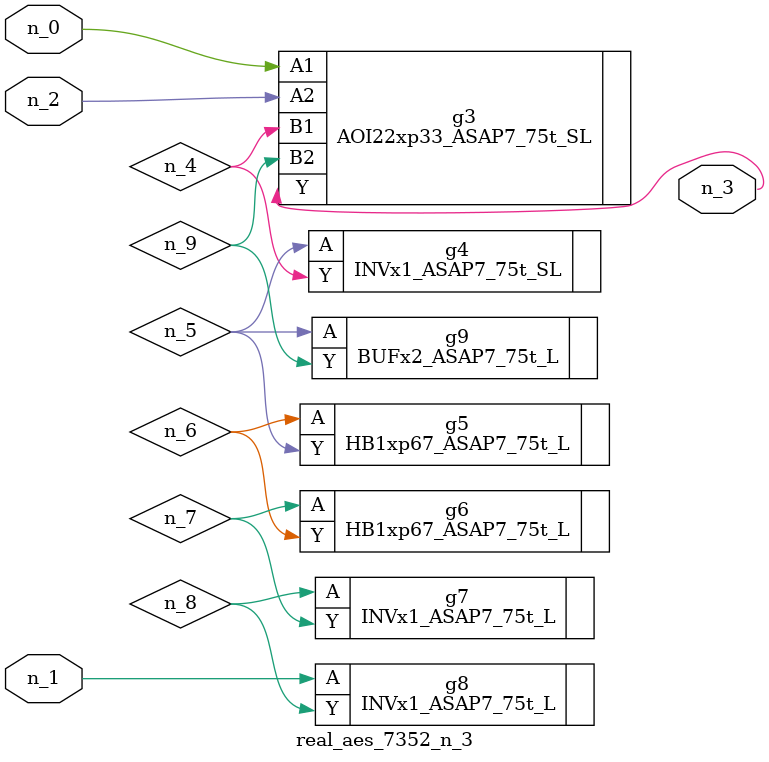
<source format=v>
module real_aes_7352_n_3 (n_0, n_2, n_1, n_3);
input n_0;
input n_2;
input n_1;
output n_3;
wire n_4;
wire n_5;
wire n_7;
wire n_9;
wire n_6;
wire n_8;
AOI22xp33_ASAP7_75t_SL g3 ( .A1(n_0), .A2(n_2), .B1(n_4), .B2(n_9), .Y(n_3) );
INVx1_ASAP7_75t_L g8 ( .A(n_1), .Y(n_8) );
INVx1_ASAP7_75t_SL g4 ( .A(n_5), .Y(n_4) );
BUFx2_ASAP7_75t_L g9 ( .A(n_5), .Y(n_9) );
HB1xp67_ASAP7_75t_L g5 ( .A(n_6), .Y(n_5) );
HB1xp67_ASAP7_75t_L g6 ( .A(n_7), .Y(n_6) );
INVx1_ASAP7_75t_L g7 ( .A(n_8), .Y(n_7) );
endmodule
</source>
